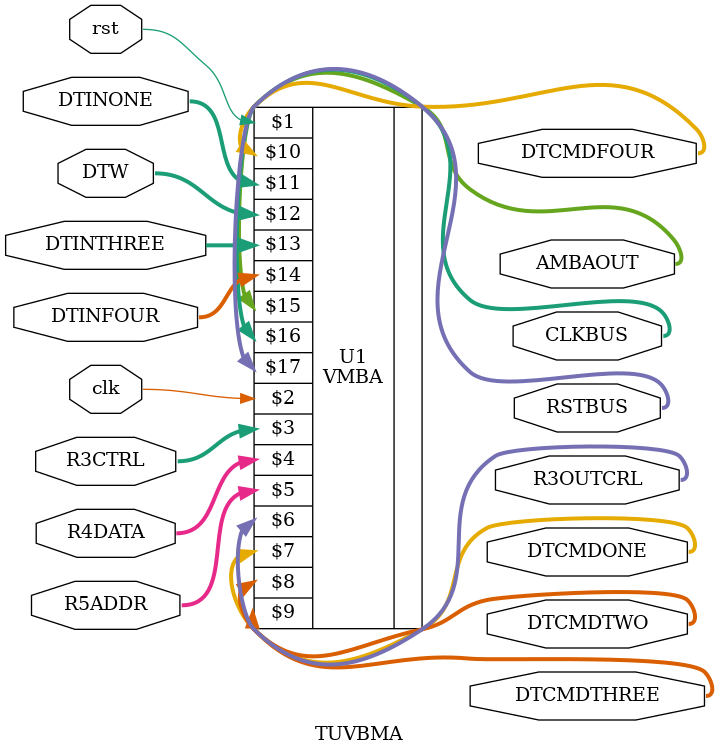
<source format=v>
`timescale 1ns / 1ps


module TUVBMA(
    input wire rst,
    input wire clk,
    input wire [7:0] R3CTRL, // DATALINES for CONTROL PINS OE,LD,ETC
    input wire [7:0] R4DATA, // DATA BUS TO BRING DATA to PPI
    input wire [7:0] R5ADDR, // UPPER NIBBLE is for OUTPUT MUX and LOWER NIBBLE is for OUTPUT DEMUX
    output wire [7:0] R3OUTCRL, // DATALINES for CONTROL PINS OE,LD,ETC
    output wire [7:0] DTCMDONE,  // INPUT 1 DEVICE CMD or DATA
    output wire [7:0] DTCMDTWO,  // INPUT 2 DEVICE CMD or DATA
    output wire [7:0] DTCMDTHREE, // INPUT 3 DEVICE CMD or DATA
    output wire [7:0] DTCMDFOUR,  // INPUT 4 DEVICE CMD or DATA
    input wire [7:0] DTINONE,    // DATA OUTPUT from DEVICE 1
    input wire [7:0] DTW,    // DATA OUTPUT from DEVICE 2
    input wire [7:0] DTINTHREE,    // DATA OUTPUT from DEVICE 3
    input wire [7:0] DTINFOUR,    // DATA OUTPUT from DEVICE 4
    output wire [7:0] AMBAOUT,     // MUX BUS TO PROCESSOR
    output wire [3:0] CLKBUS,       // MULTIPLE CLOCK
    output wire [3:0] RSTBUS
    );

VMBA U1 (rst,clk,R3CTRL,R4DATA,R5ADDR,R3OUTCRL,DTCMDONE,DTCMDTWO,DTCMDTHREE,DTCMDFOUR,DTINONE,DTW,DTINTHREE,DTINFOUR,AMBAOUT,CLKBUS,RSTBUS);

endmodule

</source>
